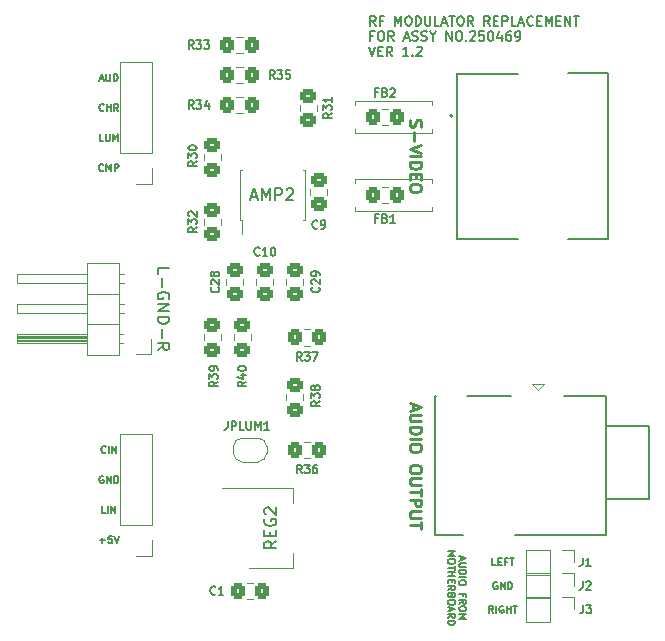
<source format=gbr>
G04 #@! TF.GenerationSoftware,KiCad,Pcbnew,(6.0.0)*
G04 #@! TF.CreationDate,2022-02-19T22:35:43+01:00*
G04 #@! TF.ProjectId,rfreplacement,72667265-706c-4616-9365-6d656e742e6b,rev?*
G04 #@! TF.SameCoordinates,Original*
G04 #@! TF.FileFunction,Legend,Top*
G04 #@! TF.FilePolarity,Positive*
%FSLAX46Y46*%
G04 Gerber Fmt 4.6, Leading zero omitted, Abs format (unit mm)*
G04 Created by KiCad (PCBNEW (6.0.0)) date 2022-02-19 22:35:43*
%MOMM*%
%LPD*%
G01*
G04 APERTURE LIST*
G04 Aperture macros list*
%AMRoundRect*
0 Rectangle with rounded corners*
0 $1 Rounding radius*
0 $2 $3 $4 $5 $6 $7 $8 $9 X,Y pos of 4 corners*
0 Add a 4 corners polygon primitive as box body*
4,1,4,$2,$3,$4,$5,$6,$7,$8,$9,$2,$3,0*
0 Add four circle primitives for the rounded corners*
1,1,$1+$1,$2,$3*
1,1,$1+$1,$4,$5*
1,1,$1+$1,$6,$7*
1,1,$1+$1,$8,$9*
0 Add four rect primitives between the rounded corners*
20,1,$1+$1,$2,$3,$4,$5,0*
20,1,$1+$1,$4,$5,$6,$7,0*
20,1,$1+$1,$6,$7,$8,$9,0*
20,1,$1+$1,$8,$9,$2,$3,0*%
%AMFreePoly0*
4,1,22,0.500000,-0.750000,0.000000,-0.750000,0.000000,-0.745033,-0.079941,-0.743568,-0.215256,-0.701293,-0.333266,-0.622738,-0.424486,-0.514219,-0.481581,-0.384460,-0.499164,-0.250000,-0.500000,-0.250000,-0.500000,0.250000,-0.499164,0.250000,-0.499963,0.256109,-0.478152,0.396186,-0.417904,0.524511,-0.324060,0.630769,-0.204165,0.706417,-0.067858,0.745374,0.000000,0.744959,0.000000,0.750000,
0.500000,0.750000,0.500000,-0.750000,0.500000,-0.750000,$1*%
%AMFreePoly1*
4,1,20,0.000000,0.744959,0.073905,0.744508,0.209726,0.703889,0.328688,0.626782,0.421226,0.519385,0.479903,0.390333,0.500000,0.250000,0.500000,-0.250000,0.499851,-0.262216,0.476331,-0.402017,0.414519,-0.529596,0.319384,-0.634700,0.198574,-0.708877,0.061801,-0.746166,0.000000,-0.745033,0.000000,-0.750000,-0.500000,-0.750000,-0.500000,0.750000,0.000000,0.750000,0.000000,0.744959,
0.000000,0.744959,$1*%
G04 Aperture macros list end*
%ADD10C,0.150000*%
%ADD11C,0.250000*%
%ADD12C,0.120000*%
%ADD13C,0.127000*%
%ADD14C,0.200000*%
%ADD15O,1.350000X1.350000*%
%ADD16R,1.350000X1.350000*%
%ADD17R,1.700000X1.700000*%
%ADD18O,1.700000X1.700000*%
%ADD19R,0.800000X1.450000*%
%ADD20RoundRect,0.249999X0.325001X0.450001X-0.325001X0.450001X-0.325001X-0.450001X0.325001X-0.450001X0*%
%ADD21RoundRect,0.249999X0.450001X-0.325001X0.450001X0.325001X-0.450001X0.325001X-0.450001X-0.325001X0*%
%ADD22RoundRect,0.249999X-0.450001X0.325001X-0.450001X-0.325001X0.450001X-0.325001X0.450001X0.325001X0*%
%ADD23FreePoly0,180.000000*%
%ADD24FreePoly1,180.000000*%
%ADD25RoundRect,0.249999X-0.325001X-0.450001X0.325001X-0.450001X0.325001X0.450001X-0.325001X0.450001X0*%
%ADD26R,2.000000X1.500000*%
%ADD27R,2.000000X3.800000*%
%ADD28O,4.000000X2.200000*%
%ADD29O,2.200000X4.000000*%
%ADD30R,4.000000X2.200000*%
%ADD31R,1.398000X1.398000*%
%ADD32C,1.398000*%
%ADD33C,3.306000*%
%ADD34C,1.600000*%
%ADD35O,1.600000X1.600000*%
%ADD36RoundRect,0.250000X-0.325000X-0.450000X0.325000X-0.450000X0.325000X0.450000X-0.325000X0.450000X0*%
G04 APERTURE END LIST*
D10*
X138542857Y-106200000D02*
X138485714Y-106171428D01*
X138400000Y-106171428D01*
X138314285Y-106200000D01*
X138257142Y-106257142D01*
X138228571Y-106314285D01*
X138200000Y-106428571D01*
X138200000Y-106514285D01*
X138228571Y-106628571D01*
X138257142Y-106685714D01*
X138314285Y-106742857D01*
X138400000Y-106771428D01*
X138457142Y-106771428D01*
X138542857Y-106742857D01*
X138571428Y-106714285D01*
X138571428Y-106514285D01*
X138457142Y-106514285D01*
X138828571Y-106771428D02*
X138828571Y-106171428D01*
X139171428Y-106771428D01*
X139171428Y-106171428D01*
X139457142Y-106771428D02*
X139457142Y-106171428D01*
X139600000Y-106171428D01*
X139685714Y-106200000D01*
X139742857Y-106257142D01*
X139771428Y-106314285D01*
X139800000Y-106428571D01*
X139800000Y-106514285D01*
X139771428Y-106628571D01*
X139742857Y-106685714D01*
X139685714Y-106742857D01*
X139600000Y-106771428D01*
X139457142Y-106771428D01*
X138200000Y-108771428D02*
X138000000Y-108485714D01*
X137857142Y-108771428D02*
X137857142Y-108171428D01*
X138085714Y-108171428D01*
X138142857Y-108200000D01*
X138171428Y-108228571D01*
X138200000Y-108285714D01*
X138200000Y-108371428D01*
X138171428Y-108428571D01*
X138142857Y-108457142D01*
X138085714Y-108485714D01*
X137857142Y-108485714D01*
X138457142Y-108771428D02*
X138457142Y-108171428D01*
X139057142Y-108200000D02*
X139000000Y-108171428D01*
X138914285Y-108171428D01*
X138828571Y-108200000D01*
X138771428Y-108257142D01*
X138742857Y-108314285D01*
X138714285Y-108428571D01*
X138714285Y-108514285D01*
X138742857Y-108628571D01*
X138771428Y-108685714D01*
X138828571Y-108742857D01*
X138914285Y-108771428D01*
X138971428Y-108771428D01*
X139057142Y-108742857D01*
X139085714Y-108714285D01*
X139085714Y-108514285D01*
X138971428Y-108514285D01*
X139342857Y-108771428D02*
X139342857Y-108171428D01*
X139342857Y-108457142D02*
X139685714Y-108457142D01*
X139685714Y-108771428D02*
X139685714Y-108171428D01*
X139885714Y-108171428D02*
X140228571Y-108171428D01*
X140057142Y-108771428D02*
X140057142Y-108171428D01*
X138428571Y-104771428D02*
X138142857Y-104771428D01*
X138142857Y-104171428D01*
X138628571Y-104457142D02*
X138828571Y-104457142D01*
X138914285Y-104771428D02*
X138628571Y-104771428D01*
X138628571Y-104171428D01*
X138914285Y-104171428D01*
X139371428Y-104457142D02*
X139171428Y-104457142D01*
X139171428Y-104771428D02*
X139171428Y-104171428D01*
X139457142Y-104171428D01*
X139600000Y-104171428D02*
X139942857Y-104171428D01*
X139771428Y-104771428D02*
X139771428Y-104171428D01*
X105206857Y-97236000D02*
X105149714Y-97207428D01*
X105064000Y-97207428D01*
X104978285Y-97236000D01*
X104921142Y-97293142D01*
X104892571Y-97350285D01*
X104864000Y-97464571D01*
X104864000Y-97550285D01*
X104892571Y-97664571D01*
X104921142Y-97721714D01*
X104978285Y-97778857D01*
X105064000Y-97807428D01*
X105121142Y-97807428D01*
X105206857Y-97778857D01*
X105235428Y-97750285D01*
X105235428Y-97550285D01*
X105121142Y-97550285D01*
X105492571Y-97807428D02*
X105492571Y-97207428D01*
X105835428Y-97807428D01*
X105835428Y-97207428D01*
X106121142Y-97807428D02*
X106121142Y-97207428D01*
X106264000Y-97207428D01*
X106349714Y-97236000D01*
X106406857Y-97293142D01*
X106435428Y-97350285D01*
X106464000Y-97464571D01*
X106464000Y-97550285D01*
X106435428Y-97664571D01*
X106406857Y-97721714D01*
X106349714Y-97778857D01*
X106264000Y-97807428D01*
X106121142Y-97807428D01*
X109783619Y-80105619D02*
X109783619Y-79629428D01*
X110783619Y-79629428D01*
X110164571Y-80438952D02*
X110164571Y-81200857D01*
X110736000Y-82200857D02*
X110783619Y-82105619D01*
X110783619Y-81962761D01*
X110736000Y-81819904D01*
X110640761Y-81724666D01*
X110545523Y-81677047D01*
X110355047Y-81629428D01*
X110212190Y-81629428D01*
X110021714Y-81677047D01*
X109926476Y-81724666D01*
X109831238Y-81819904D01*
X109783619Y-81962761D01*
X109783619Y-82058000D01*
X109831238Y-82200857D01*
X109878857Y-82248476D01*
X110212190Y-82248476D01*
X110212190Y-82058000D01*
X109783619Y-82677047D02*
X110783619Y-82677047D01*
X109783619Y-83248476D01*
X110783619Y-83248476D01*
X109783619Y-83724666D02*
X110783619Y-83724666D01*
X110783619Y-83962761D01*
X110736000Y-84105619D01*
X110640761Y-84200857D01*
X110545523Y-84248476D01*
X110355047Y-84296095D01*
X110212190Y-84296095D01*
X110021714Y-84248476D01*
X109926476Y-84200857D01*
X109831238Y-84105619D01*
X109783619Y-83962761D01*
X109783619Y-83724666D01*
X110164571Y-84724666D02*
X110164571Y-85486571D01*
X109783619Y-86534190D02*
X110259809Y-86200857D01*
X109783619Y-85962761D02*
X110783619Y-85962761D01*
X110783619Y-86343714D01*
X110736000Y-86438952D01*
X110688380Y-86486571D01*
X110593142Y-86534190D01*
X110450285Y-86534190D01*
X110355047Y-86486571D01*
X110307428Y-86438952D01*
X110259809Y-86343714D01*
X110259809Y-85962761D01*
X105235428Y-66254285D02*
X105206857Y-66282857D01*
X105121142Y-66311428D01*
X105064000Y-66311428D01*
X104978285Y-66282857D01*
X104921142Y-66225714D01*
X104892571Y-66168571D01*
X104864000Y-66054285D01*
X104864000Y-65968571D01*
X104892571Y-65854285D01*
X104921142Y-65797142D01*
X104978285Y-65740000D01*
X105064000Y-65711428D01*
X105121142Y-65711428D01*
X105206857Y-65740000D01*
X105235428Y-65768571D01*
X105492571Y-66311428D02*
X105492571Y-65711428D01*
X105492571Y-65997142D02*
X105835428Y-65997142D01*
X105835428Y-66311428D02*
X105835428Y-65711428D01*
X106464000Y-66311428D02*
X106264000Y-66025714D01*
X106121142Y-66311428D02*
X106121142Y-65711428D01*
X106349714Y-65711428D01*
X106406857Y-65740000D01*
X106435428Y-65768571D01*
X106464000Y-65825714D01*
X106464000Y-65911428D01*
X106435428Y-65968571D01*
X106406857Y-65997142D01*
X106349714Y-66025714D01*
X106121142Y-66025714D01*
X105206857Y-71334285D02*
X105178285Y-71362857D01*
X105092571Y-71391428D01*
X105035428Y-71391428D01*
X104949714Y-71362857D01*
X104892571Y-71305714D01*
X104864000Y-71248571D01*
X104835428Y-71134285D01*
X104835428Y-71048571D01*
X104864000Y-70934285D01*
X104892571Y-70877142D01*
X104949714Y-70820000D01*
X105035428Y-70791428D01*
X105092571Y-70791428D01*
X105178285Y-70820000D01*
X105206857Y-70848571D01*
X105464000Y-71391428D02*
X105464000Y-70791428D01*
X105664000Y-71220000D01*
X105864000Y-70791428D01*
X105864000Y-71391428D01*
X106149714Y-71391428D02*
X106149714Y-70791428D01*
X106378285Y-70791428D01*
X106435428Y-70820000D01*
X106464000Y-70848571D01*
X106492571Y-70905714D01*
X106492571Y-70991428D01*
X106464000Y-71048571D01*
X106435428Y-71077142D01*
X106378285Y-71105714D01*
X106149714Y-71105714D01*
D11*
X131167238Y-67056380D02*
X131119619Y-67199238D01*
X131119619Y-67437333D01*
X131167238Y-67532571D01*
X131214857Y-67580190D01*
X131310095Y-67627809D01*
X131405333Y-67627809D01*
X131500571Y-67580190D01*
X131548190Y-67532571D01*
X131595809Y-67437333D01*
X131643428Y-67246857D01*
X131691047Y-67151619D01*
X131738666Y-67104000D01*
X131833904Y-67056380D01*
X131929142Y-67056380D01*
X132024380Y-67104000D01*
X132072000Y-67151619D01*
X132119619Y-67246857D01*
X132119619Y-67484952D01*
X132072000Y-67627809D01*
X131500571Y-68056380D02*
X131500571Y-68818285D01*
X132119619Y-69151619D02*
X131119619Y-69484952D01*
X132119619Y-69818285D01*
X131119619Y-70151619D02*
X132119619Y-70151619D01*
X131119619Y-70627809D02*
X132119619Y-70627809D01*
X132119619Y-70865904D01*
X132072000Y-71008761D01*
X131976761Y-71104000D01*
X131881523Y-71151619D01*
X131691047Y-71199238D01*
X131548190Y-71199238D01*
X131357714Y-71151619D01*
X131262476Y-71104000D01*
X131167238Y-71008761D01*
X131119619Y-70865904D01*
X131119619Y-70627809D01*
X131643428Y-71627809D02*
X131643428Y-71961142D01*
X131119619Y-72104000D02*
X131119619Y-71627809D01*
X132119619Y-71627809D01*
X132119619Y-72104000D01*
X132119619Y-72723047D02*
X132119619Y-72913523D01*
X132072000Y-73008761D01*
X131976761Y-73104000D01*
X131786285Y-73151619D01*
X131452952Y-73151619D01*
X131262476Y-73104000D01*
X131167238Y-73008761D01*
X131119619Y-72913523D01*
X131119619Y-72723047D01*
X131167238Y-72627809D01*
X131262476Y-72532571D01*
X131452952Y-72484952D01*
X131786285Y-72484952D01*
X131976761Y-72532571D01*
X132072000Y-72627809D01*
X132119619Y-72723047D01*
D10*
X135511000Y-104022857D02*
X135511000Y-104308571D01*
X135339571Y-103965714D02*
X135939571Y-104165714D01*
X135339571Y-104365714D01*
X135939571Y-104565714D02*
X135453857Y-104565714D01*
X135396714Y-104594285D01*
X135368142Y-104622857D01*
X135339571Y-104680000D01*
X135339571Y-104794285D01*
X135368142Y-104851428D01*
X135396714Y-104880000D01*
X135453857Y-104908571D01*
X135939571Y-104908571D01*
X135339571Y-105194285D02*
X135939571Y-105194285D01*
X135939571Y-105337142D01*
X135911000Y-105422857D01*
X135853857Y-105480000D01*
X135796714Y-105508571D01*
X135682428Y-105537142D01*
X135596714Y-105537142D01*
X135482428Y-105508571D01*
X135425285Y-105480000D01*
X135368142Y-105422857D01*
X135339571Y-105337142D01*
X135339571Y-105194285D01*
X135339571Y-105794285D02*
X135939571Y-105794285D01*
X135939571Y-106194285D02*
X135939571Y-106308571D01*
X135911000Y-106365714D01*
X135853857Y-106422857D01*
X135739571Y-106451428D01*
X135539571Y-106451428D01*
X135425285Y-106422857D01*
X135368142Y-106365714D01*
X135339571Y-106308571D01*
X135339571Y-106194285D01*
X135368142Y-106137142D01*
X135425285Y-106080000D01*
X135539571Y-106051428D01*
X135739571Y-106051428D01*
X135853857Y-106080000D01*
X135911000Y-106137142D01*
X135939571Y-106194285D01*
X135653857Y-107365714D02*
X135653857Y-107165714D01*
X135339571Y-107165714D02*
X135939571Y-107165714D01*
X135939571Y-107451428D01*
X135339571Y-108022857D02*
X135625285Y-107822857D01*
X135339571Y-107680000D02*
X135939571Y-107680000D01*
X135939571Y-107908571D01*
X135911000Y-107965714D01*
X135882428Y-107994285D01*
X135825285Y-108022857D01*
X135739571Y-108022857D01*
X135682428Y-107994285D01*
X135653857Y-107965714D01*
X135625285Y-107908571D01*
X135625285Y-107680000D01*
X135939571Y-108394285D02*
X135939571Y-108508571D01*
X135911000Y-108565714D01*
X135853857Y-108622857D01*
X135739571Y-108651428D01*
X135539571Y-108651428D01*
X135425285Y-108622857D01*
X135368142Y-108565714D01*
X135339571Y-108508571D01*
X135339571Y-108394285D01*
X135368142Y-108337142D01*
X135425285Y-108280000D01*
X135539571Y-108251428D01*
X135739571Y-108251428D01*
X135853857Y-108280000D01*
X135911000Y-108337142D01*
X135939571Y-108394285D01*
X135339571Y-108908571D02*
X135939571Y-108908571D01*
X135511000Y-109108571D01*
X135939571Y-109308571D01*
X135339571Y-109308571D01*
X134373571Y-103580000D02*
X134973571Y-103580000D01*
X134545000Y-103780000D01*
X134973571Y-103980000D01*
X134373571Y-103980000D01*
X134973571Y-104380000D02*
X134973571Y-104494285D01*
X134945000Y-104551428D01*
X134887857Y-104608571D01*
X134773571Y-104637142D01*
X134573571Y-104637142D01*
X134459285Y-104608571D01*
X134402142Y-104551428D01*
X134373571Y-104494285D01*
X134373571Y-104380000D01*
X134402142Y-104322857D01*
X134459285Y-104265714D01*
X134573571Y-104237142D01*
X134773571Y-104237142D01*
X134887857Y-104265714D01*
X134945000Y-104322857D01*
X134973571Y-104380000D01*
X134973571Y-104808571D02*
X134973571Y-105151428D01*
X134373571Y-104980000D02*
X134973571Y-104980000D01*
X134373571Y-105351428D02*
X134973571Y-105351428D01*
X134687857Y-105351428D02*
X134687857Y-105694285D01*
X134373571Y-105694285D02*
X134973571Y-105694285D01*
X134687857Y-105980000D02*
X134687857Y-106180000D01*
X134373571Y-106265714D02*
X134373571Y-105980000D01*
X134973571Y-105980000D01*
X134973571Y-106265714D01*
X134373571Y-106865714D02*
X134659285Y-106665714D01*
X134373571Y-106522857D02*
X134973571Y-106522857D01*
X134973571Y-106751428D01*
X134945000Y-106808571D01*
X134916428Y-106837142D01*
X134859285Y-106865714D01*
X134773571Y-106865714D01*
X134716428Y-106837142D01*
X134687857Y-106808571D01*
X134659285Y-106751428D01*
X134659285Y-106522857D01*
X134687857Y-107322857D02*
X134659285Y-107408571D01*
X134630714Y-107437142D01*
X134573571Y-107465714D01*
X134487857Y-107465714D01*
X134430714Y-107437142D01*
X134402142Y-107408571D01*
X134373571Y-107351428D01*
X134373571Y-107122857D01*
X134973571Y-107122857D01*
X134973571Y-107322857D01*
X134945000Y-107380000D01*
X134916428Y-107408571D01*
X134859285Y-107437142D01*
X134802142Y-107437142D01*
X134745000Y-107408571D01*
X134716428Y-107380000D01*
X134687857Y-107322857D01*
X134687857Y-107122857D01*
X134973571Y-107837142D02*
X134973571Y-107951428D01*
X134945000Y-108008571D01*
X134887857Y-108065714D01*
X134773571Y-108094285D01*
X134573571Y-108094285D01*
X134459285Y-108065714D01*
X134402142Y-108008571D01*
X134373571Y-107951428D01*
X134373571Y-107837142D01*
X134402142Y-107780000D01*
X134459285Y-107722857D01*
X134573571Y-107694285D01*
X134773571Y-107694285D01*
X134887857Y-107722857D01*
X134945000Y-107780000D01*
X134973571Y-107837142D01*
X134545000Y-108322857D02*
X134545000Y-108608571D01*
X134373571Y-108265714D02*
X134973571Y-108465714D01*
X134373571Y-108665714D01*
X134373571Y-109208571D02*
X134659285Y-109008571D01*
X134373571Y-108865714D02*
X134973571Y-108865714D01*
X134973571Y-109094285D01*
X134945000Y-109151428D01*
X134916428Y-109180000D01*
X134859285Y-109208571D01*
X134773571Y-109208571D01*
X134716428Y-109180000D01*
X134687857Y-109151428D01*
X134659285Y-109094285D01*
X134659285Y-108865714D01*
X134373571Y-109465714D02*
X134973571Y-109465714D01*
X134973571Y-109608571D01*
X134945000Y-109694285D01*
X134887857Y-109751428D01*
X134830714Y-109780000D01*
X134716428Y-109808571D01*
X134630714Y-109808571D01*
X134516428Y-109780000D01*
X134459285Y-109751428D01*
X134402142Y-109694285D01*
X134373571Y-109608571D01*
X134373571Y-109465714D01*
X104892571Y-102658857D02*
X105349714Y-102658857D01*
X105121142Y-102887428D02*
X105121142Y-102430285D01*
X105921142Y-102287428D02*
X105635428Y-102287428D01*
X105606857Y-102573142D01*
X105635428Y-102544571D01*
X105692571Y-102516000D01*
X105835428Y-102516000D01*
X105892571Y-102544571D01*
X105921142Y-102573142D01*
X105949714Y-102630285D01*
X105949714Y-102773142D01*
X105921142Y-102830285D01*
X105892571Y-102858857D01*
X105835428Y-102887428D01*
X105692571Y-102887428D01*
X105635428Y-102858857D01*
X105606857Y-102830285D01*
X106121142Y-102287428D02*
X106321142Y-102887428D01*
X106521142Y-102287428D01*
X105392571Y-95210285D02*
X105364000Y-95238857D01*
X105278285Y-95267428D01*
X105221142Y-95267428D01*
X105135428Y-95238857D01*
X105078285Y-95181714D01*
X105049714Y-95124571D01*
X105021142Y-95010285D01*
X105021142Y-94924571D01*
X105049714Y-94810285D01*
X105078285Y-94753142D01*
X105135428Y-94696000D01*
X105221142Y-94667428D01*
X105278285Y-94667428D01*
X105364000Y-94696000D01*
X105392571Y-94724571D01*
X105649714Y-95267428D02*
X105649714Y-94667428D01*
X105935428Y-95267428D02*
X105935428Y-94667428D01*
X106278285Y-95267428D01*
X106278285Y-94667428D01*
X105192571Y-68851428D02*
X104906857Y-68851428D01*
X104906857Y-68251428D01*
X105392571Y-68251428D02*
X105392571Y-68737142D01*
X105421142Y-68794285D01*
X105449714Y-68822857D01*
X105506857Y-68851428D01*
X105621142Y-68851428D01*
X105678285Y-68822857D01*
X105706857Y-68794285D01*
X105735428Y-68737142D01*
X105735428Y-68251428D01*
X106021142Y-68851428D02*
X106021142Y-68251428D01*
X106221142Y-68680000D01*
X106421142Y-68251428D01*
X106421142Y-68851428D01*
D11*
X131405333Y-91101904D02*
X131405333Y-91578095D01*
X131119619Y-91006666D02*
X132119619Y-91340000D01*
X131119619Y-91673333D01*
X132119619Y-92006666D02*
X131310095Y-92006666D01*
X131214857Y-92054285D01*
X131167238Y-92101904D01*
X131119619Y-92197142D01*
X131119619Y-92387619D01*
X131167238Y-92482857D01*
X131214857Y-92530476D01*
X131310095Y-92578095D01*
X132119619Y-92578095D01*
X131119619Y-93054285D02*
X132119619Y-93054285D01*
X132119619Y-93292380D01*
X132072000Y-93435238D01*
X131976761Y-93530476D01*
X131881523Y-93578095D01*
X131691047Y-93625714D01*
X131548190Y-93625714D01*
X131357714Y-93578095D01*
X131262476Y-93530476D01*
X131167238Y-93435238D01*
X131119619Y-93292380D01*
X131119619Y-93054285D01*
X131119619Y-94054285D02*
X132119619Y-94054285D01*
X132119619Y-94720952D02*
X132119619Y-94911428D01*
X132072000Y-95006666D01*
X131976761Y-95101904D01*
X131786285Y-95149523D01*
X131452952Y-95149523D01*
X131262476Y-95101904D01*
X131167238Y-95006666D01*
X131119619Y-94911428D01*
X131119619Y-94720952D01*
X131167238Y-94625714D01*
X131262476Y-94530476D01*
X131452952Y-94482857D01*
X131786285Y-94482857D01*
X131976761Y-94530476D01*
X132072000Y-94625714D01*
X132119619Y-94720952D01*
X132119619Y-96530476D02*
X132119619Y-96720952D01*
X132072000Y-96816190D01*
X131976761Y-96911428D01*
X131786285Y-96959047D01*
X131452952Y-96959047D01*
X131262476Y-96911428D01*
X131167238Y-96816190D01*
X131119619Y-96720952D01*
X131119619Y-96530476D01*
X131167238Y-96435238D01*
X131262476Y-96340000D01*
X131452952Y-96292380D01*
X131786285Y-96292380D01*
X131976761Y-96340000D01*
X132072000Y-96435238D01*
X132119619Y-96530476D01*
X132119619Y-97387619D02*
X131310095Y-97387619D01*
X131214857Y-97435238D01*
X131167238Y-97482857D01*
X131119619Y-97578095D01*
X131119619Y-97768571D01*
X131167238Y-97863809D01*
X131214857Y-97911428D01*
X131310095Y-97959047D01*
X132119619Y-97959047D01*
X132119619Y-98292380D02*
X132119619Y-98863809D01*
X131119619Y-98578095D02*
X132119619Y-98578095D01*
X131119619Y-99197142D02*
X132119619Y-99197142D01*
X132119619Y-99578095D01*
X132072000Y-99673333D01*
X132024380Y-99720952D01*
X131929142Y-99768571D01*
X131786285Y-99768571D01*
X131691047Y-99720952D01*
X131643428Y-99673333D01*
X131595809Y-99578095D01*
X131595809Y-99197142D01*
X132119619Y-100197142D02*
X131310095Y-100197142D01*
X131214857Y-100244761D01*
X131167238Y-100292380D01*
X131119619Y-100387619D01*
X131119619Y-100578095D01*
X131167238Y-100673333D01*
X131214857Y-100720952D01*
X131310095Y-100768571D01*
X132119619Y-100768571D01*
X132119619Y-101101904D02*
X132119619Y-101673333D01*
X131119619Y-101387619D02*
X132119619Y-101387619D01*
D10*
X128245119Y-59073904D02*
X127978452Y-58692952D01*
X127787976Y-59073904D02*
X127787976Y-58273904D01*
X128092738Y-58273904D01*
X128168928Y-58312000D01*
X128207023Y-58350095D01*
X128245119Y-58426285D01*
X128245119Y-58540571D01*
X128207023Y-58616761D01*
X128168928Y-58654857D01*
X128092738Y-58692952D01*
X127787976Y-58692952D01*
X128854642Y-58654857D02*
X128587976Y-58654857D01*
X128587976Y-59073904D02*
X128587976Y-58273904D01*
X128968928Y-58273904D01*
X129883214Y-59073904D02*
X129883214Y-58273904D01*
X130149880Y-58845333D01*
X130416547Y-58273904D01*
X130416547Y-59073904D01*
X130949880Y-58273904D02*
X131102261Y-58273904D01*
X131178452Y-58312000D01*
X131254642Y-58388190D01*
X131292738Y-58540571D01*
X131292738Y-58807238D01*
X131254642Y-58959619D01*
X131178452Y-59035809D01*
X131102261Y-59073904D01*
X130949880Y-59073904D01*
X130873690Y-59035809D01*
X130797500Y-58959619D01*
X130759404Y-58807238D01*
X130759404Y-58540571D01*
X130797500Y-58388190D01*
X130873690Y-58312000D01*
X130949880Y-58273904D01*
X131635595Y-59073904D02*
X131635595Y-58273904D01*
X131826071Y-58273904D01*
X131940357Y-58312000D01*
X132016547Y-58388190D01*
X132054642Y-58464380D01*
X132092738Y-58616761D01*
X132092738Y-58731047D01*
X132054642Y-58883428D01*
X132016547Y-58959619D01*
X131940357Y-59035809D01*
X131826071Y-59073904D01*
X131635595Y-59073904D01*
X132435595Y-58273904D02*
X132435595Y-58921523D01*
X132473690Y-58997714D01*
X132511785Y-59035809D01*
X132587976Y-59073904D01*
X132740357Y-59073904D01*
X132816547Y-59035809D01*
X132854642Y-58997714D01*
X132892738Y-58921523D01*
X132892738Y-58273904D01*
X133654642Y-59073904D02*
X133273690Y-59073904D01*
X133273690Y-58273904D01*
X133883214Y-58845333D02*
X134264166Y-58845333D01*
X133807023Y-59073904D02*
X134073690Y-58273904D01*
X134340357Y-59073904D01*
X134492738Y-58273904D02*
X134949880Y-58273904D01*
X134721309Y-59073904D02*
X134721309Y-58273904D01*
X135368928Y-58273904D02*
X135521309Y-58273904D01*
X135597500Y-58312000D01*
X135673690Y-58388190D01*
X135711785Y-58540571D01*
X135711785Y-58807238D01*
X135673690Y-58959619D01*
X135597500Y-59035809D01*
X135521309Y-59073904D01*
X135368928Y-59073904D01*
X135292738Y-59035809D01*
X135216547Y-58959619D01*
X135178452Y-58807238D01*
X135178452Y-58540571D01*
X135216547Y-58388190D01*
X135292738Y-58312000D01*
X135368928Y-58273904D01*
X136511785Y-59073904D02*
X136245119Y-58692952D01*
X136054642Y-59073904D02*
X136054642Y-58273904D01*
X136359404Y-58273904D01*
X136435595Y-58312000D01*
X136473690Y-58350095D01*
X136511785Y-58426285D01*
X136511785Y-58540571D01*
X136473690Y-58616761D01*
X136435595Y-58654857D01*
X136359404Y-58692952D01*
X136054642Y-58692952D01*
X137921309Y-59073904D02*
X137654642Y-58692952D01*
X137464166Y-59073904D02*
X137464166Y-58273904D01*
X137768928Y-58273904D01*
X137845119Y-58312000D01*
X137883214Y-58350095D01*
X137921309Y-58426285D01*
X137921309Y-58540571D01*
X137883214Y-58616761D01*
X137845119Y-58654857D01*
X137768928Y-58692952D01*
X137464166Y-58692952D01*
X138264166Y-58654857D02*
X138530833Y-58654857D01*
X138645119Y-59073904D02*
X138264166Y-59073904D01*
X138264166Y-58273904D01*
X138645119Y-58273904D01*
X138987976Y-59073904D02*
X138987976Y-58273904D01*
X139292738Y-58273904D01*
X139368928Y-58312000D01*
X139407023Y-58350095D01*
X139445119Y-58426285D01*
X139445119Y-58540571D01*
X139407023Y-58616761D01*
X139368928Y-58654857D01*
X139292738Y-58692952D01*
X138987976Y-58692952D01*
X140168928Y-59073904D02*
X139787976Y-59073904D01*
X139787976Y-58273904D01*
X140397500Y-58845333D02*
X140778452Y-58845333D01*
X140321309Y-59073904D02*
X140587976Y-58273904D01*
X140854642Y-59073904D01*
X141578452Y-58997714D02*
X141540357Y-59035809D01*
X141426071Y-59073904D01*
X141349880Y-59073904D01*
X141235595Y-59035809D01*
X141159404Y-58959619D01*
X141121309Y-58883428D01*
X141083214Y-58731047D01*
X141083214Y-58616761D01*
X141121309Y-58464380D01*
X141159404Y-58388190D01*
X141235595Y-58312000D01*
X141349880Y-58273904D01*
X141426071Y-58273904D01*
X141540357Y-58312000D01*
X141578452Y-58350095D01*
X141921309Y-58654857D02*
X142187976Y-58654857D01*
X142302261Y-59073904D02*
X141921309Y-59073904D01*
X141921309Y-58273904D01*
X142302261Y-58273904D01*
X142645119Y-59073904D02*
X142645119Y-58273904D01*
X142911785Y-58845333D01*
X143178452Y-58273904D01*
X143178452Y-59073904D01*
X143559404Y-58654857D02*
X143826071Y-58654857D01*
X143940357Y-59073904D02*
X143559404Y-59073904D01*
X143559404Y-58273904D01*
X143940357Y-58273904D01*
X144283214Y-59073904D02*
X144283214Y-58273904D01*
X144740357Y-59073904D01*
X144740357Y-58273904D01*
X145007023Y-58273904D02*
X145464166Y-58273904D01*
X145235595Y-59073904D02*
X145235595Y-58273904D01*
X128054642Y-59942857D02*
X127787976Y-59942857D01*
X127787976Y-60361904D02*
X127787976Y-59561904D01*
X128168928Y-59561904D01*
X128626071Y-59561904D02*
X128778452Y-59561904D01*
X128854642Y-59600000D01*
X128930833Y-59676190D01*
X128968928Y-59828571D01*
X128968928Y-60095238D01*
X128930833Y-60247619D01*
X128854642Y-60323809D01*
X128778452Y-60361904D01*
X128626071Y-60361904D01*
X128549880Y-60323809D01*
X128473690Y-60247619D01*
X128435595Y-60095238D01*
X128435595Y-59828571D01*
X128473690Y-59676190D01*
X128549880Y-59600000D01*
X128626071Y-59561904D01*
X129768928Y-60361904D02*
X129502261Y-59980952D01*
X129311785Y-60361904D02*
X129311785Y-59561904D01*
X129616547Y-59561904D01*
X129692738Y-59600000D01*
X129730833Y-59638095D01*
X129768928Y-59714285D01*
X129768928Y-59828571D01*
X129730833Y-59904761D01*
X129692738Y-59942857D01*
X129616547Y-59980952D01*
X129311785Y-59980952D01*
X130683214Y-60133333D02*
X131064166Y-60133333D01*
X130607023Y-60361904D02*
X130873690Y-59561904D01*
X131140357Y-60361904D01*
X131368928Y-60323809D02*
X131483214Y-60361904D01*
X131673690Y-60361904D01*
X131749880Y-60323809D01*
X131787976Y-60285714D01*
X131826071Y-60209523D01*
X131826071Y-60133333D01*
X131787976Y-60057142D01*
X131749880Y-60019047D01*
X131673690Y-59980952D01*
X131521309Y-59942857D01*
X131445119Y-59904761D01*
X131407023Y-59866666D01*
X131368928Y-59790476D01*
X131368928Y-59714285D01*
X131407023Y-59638095D01*
X131445119Y-59600000D01*
X131521309Y-59561904D01*
X131711785Y-59561904D01*
X131826071Y-59600000D01*
X132130833Y-60323809D02*
X132245119Y-60361904D01*
X132435595Y-60361904D01*
X132511785Y-60323809D01*
X132549880Y-60285714D01*
X132587976Y-60209523D01*
X132587976Y-60133333D01*
X132549880Y-60057142D01*
X132511785Y-60019047D01*
X132435595Y-59980952D01*
X132283214Y-59942857D01*
X132207023Y-59904761D01*
X132168928Y-59866666D01*
X132130833Y-59790476D01*
X132130833Y-59714285D01*
X132168928Y-59638095D01*
X132207023Y-59600000D01*
X132283214Y-59561904D01*
X132473690Y-59561904D01*
X132587976Y-59600000D01*
X133083214Y-59980952D02*
X133083214Y-60361904D01*
X132816547Y-59561904D02*
X133083214Y-59980952D01*
X133349880Y-59561904D01*
X134226071Y-60361904D02*
X134226071Y-59561904D01*
X134683214Y-60361904D01*
X134683214Y-59561904D01*
X135216547Y-59561904D02*
X135368928Y-59561904D01*
X135445119Y-59600000D01*
X135521309Y-59676190D01*
X135559404Y-59828571D01*
X135559404Y-60095238D01*
X135521309Y-60247619D01*
X135445119Y-60323809D01*
X135368928Y-60361904D01*
X135216547Y-60361904D01*
X135140357Y-60323809D01*
X135064166Y-60247619D01*
X135026071Y-60095238D01*
X135026071Y-59828571D01*
X135064166Y-59676190D01*
X135140357Y-59600000D01*
X135216547Y-59561904D01*
X135902261Y-60285714D02*
X135940357Y-60323809D01*
X135902261Y-60361904D01*
X135864166Y-60323809D01*
X135902261Y-60285714D01*
X135902261Y-60361904D01*
X136245119Y-59638095D02*
X136283214Y-59600000D01*
X136359404Y-59561904D01*
X136549880Y-59561904D01*
X136626071Y-59600000D01*
X136664166Y-59638095D01*
X136702261Y-59714285D01*
X136702261Y-59790476D01*
X136664166Y-59904761D01*
X136207023Y-60361904D01*
X136702261Y-60361904D01*
X137426071Y-59561904D02*
X137045119Y-59561904D01*
X137007023Y-59942857D01*
X137045119Y-59904761D01*
X137121309Y-59866666D01*
X137311785Y-59866666D01*
X137387976Y-59904761D01*
X137426071Y-59942857D01*
X137464166Y-60019047D01*
X137464166Y-60209523D01*
X137426071Y-60285714D01*
X137387976Y-60323809D01*
X137311785Y-60361904D01*
X137121309Y-60361904D01*
X137045119Y-60323809D01*
X137007023Y-60285714D01*
X137959404Y-59561904D02*
X138035595Y-59561904D01*
X138111785Y-59600000D01*
X138149880Y-59638095D01*
X138187976Y-59714285D01*
X138226071Y-59866666D01*
X138226071Y-60057142D01*
X138187976Y-60209523D01*
X138149880Y-60285714D01*
X138111785Y-60323809D01*
X138035595Y-60361904D01*
X137959404Y-60361904D01*
X137883214Y-60323809D01*
X137845119Y-60285714D01*
X137807023Y-60209523D01*
X137768928Y-60057142D01*
X137768928Y-59866666D01*
X137807023Y-59714285D01*
X137845119Y-59638095D01*
X137883214Y-59600000D01*
X137959404Y-59561904D01*
X138911785Y-59828571D02*
X138911785Y-60361904D01*
X138721309Y-59523809D02*
X138530833Y-60095238D01*
X139026071Y-60095238D01*
X139673690Y-59561904D02*
X139521309Y-59561904D01*
X139445119Y-59600000D01*
X139407023Y-59638095D01*
X139330833Y-59752380D01*
X139292738Y-59904761D01*
X139292738Y-60209523D01*
X139330833Y-60285714D01*
X139368928Y-60323809D01*
X139445119Y-60361904D01*
X139597500Y-60361904D01*
X139673690Y-60323809D01*
X139711785Y-60285714D01*
X139749880Y-60209523D01*
X139749880Y-60019047D01*
X139711785Y-59942857D01*
X139673690Y-59904761D01*
X139597500Y-59866666D01*
X139445119Y-59866666D01*
X139368928Y-59904761D01*
X139330833Y-59942857D01*
X139292738Y-60019047D01*
X140130833Y-60361904D02*
X140283214Y-60361904D01*
X140359404Y-60323809D01*
X140397500Y-60285714D01*
X140473690Y-60171428D01*
X140511785Y-60019047D01*
X140511785Y-59714285D01*
X140473690Y-59638095D01*
X140435595Y-59600000D01*
X140359404Y-59561904D01*
X140207023Y-59561904D01*
X140130833Y-59600000D01*
X140092738Y-59638095D01*
X140054642Y-59714285D01*
X140054642Y-59904761D01*
X140092738Y-59980952D01*
X140130833Y-60019047D01*
X140207023Y-60057142D01*
X140359404Y-60057142D01*
X140435595Y-60019047D01*
X140473690Y-59980952D01*
X140511785Y-59904761D01*
X127673690Y-60849904D02*
X127940357Y-61649904D01*
X128207023Y-60849904D01*
X128473690Y-61230857D02*
X128740357Y-61230857D01*
X128854642Y-61649904D02*
X128473690Y-61649904D01*
X128473690Y-60849904D01*
X128854642Y-60849904D01*
X129654642Y-61649904D02*
X129387976Y-61268952D01*
X129197500Y-61649904D02*
X129197500Y-60849904D01*
X129502261Y-60849904D01*
X129578452Y-60888000D01*
X129616547Y-60926095D01*
X129654642Y-61002285D01*
X129654642Y-61116571D01*
X129616547Y-61192761D01*
X129578452Y-61230857D01*
X129502261Y-61268952D01*
X129197500Y-61268952D01*
X131026071Y-61649904D02*
X130568928Y-61649904D01*
X130797500Y-61649904D02*
X130797500Y-60849904D01*
X130721309Y-60964190D01*
X130645119Y-61040380D01*
X130568928Y-61078476D01*
X131368928Y-61573714D02*
X131407023Y-61611809D01*
X131368928Y-61649904D01*
X131330833Y-61611809D01*
X131368928Y-61573714D01*
X131368928Y-61649904D01*
X131711785Y-60926095D02*
X131749880Y-60888000D01*
X131826071Y-60849904D01*
X132016547Y-60849904D01*
X132092738Y-60888000D01*
X132130833Y-60926095D01*
X132168928Y-61002285D01*
X132168928Y-61078476D01*
X132130833Y-61192761D01*
X131673690Y-61649904D01*
X132168928Y-61649904D01*
X105392571Y-100347428D02*
X105106857Y-100347428D01*
X105106857Y-99747428D01*
X105592571Y-100347428D02*
X105592571Y-99747428D01*
X105878285Y-100347428D02*
X105878285Y-99747428D01*
X106221142Y-100347428D01*
X106221142Y-99747428D01*
X104906857Y-63600000D02*
X105192571Y-63600000D01*
X104849714Y-63771428D02*
X105049714Y-63171428D01*
X105249714Y-63771428D01*
X105449714Y-63171428D02*
X105449714Y-63657142D01*
X105478285Y-63714285D01*
X105506857Y-63742857D01*
X105564000Y-63771428D01*
X105678285Y-63771428D01*
X105735428Y-63742857D01*
X105764000Y-63714285D01*
X105792571Y-63657142D01*
X105792571Y-63171428D01*
X106078285Y-63771428D02*
X106078285Y-63171428D01*
X106221142Y-63171428D01*
X106306857Y-63200000D01*
X106364000Y-63257142D01*
X106392571Y-63314285D01*
X106421142Y-63428571D01*
X106421142Y-63514285D01*
X106392571Y-63628571D01*
X106364000Y-63685714D01*
X106306857Y-63742857D01*
X106221142Y-63771428D01*
X106078285Y-63771428D01*
X145826666Y-108116666D02*
X145826666Y-108616666D01*
X145793333Y-108716666D01*
X145726666Y-108783333D01*
X145626666Y-108816666D01*
X145560000Y-108816666D01*
X146093333Y-108116666D02*
X146526666Y-108116666D01*
X146293333Y-108383333D01*
X146393333Y-108383333D01*
X146460000Y-108416666D01*
X146493333Y-108450000D01*
X146526666Y-108516666D01*
X146526666Y-108683333D01*
X146493333Y-108750000D01*
X146460000Y-108783333D01*
X146393333Y-108816666D01*
X146193333Y-108816666D01*
X146126666Y-108783333D01*
X146093333Y-108750000D01*
X145766666Y-104116666D02*
X145766666Y-104616666D01*
X145733333Y-104716666D01*
X145666666Y-104783333D01*
X145566666Y-104816666D01*
X145500000Y-104816666D01*
X146466666Y-104816666D02*
X146066666Y-104816666D01*
X146266666Y-104816666D02*
X146266666Y-104116666D01*
X146200000Y-104216666D01*
X146133333Y-104283333D01*
X146066666Y-104316666D01*
X145766666Y-106116666D02*
X145766666Y-106616666D01*
X145733333Y-106716666D01*
X145666666Y-106783333D01*
X145566666Y-106816666D01*
X145500000Y-106816666D01*
X146066666Y-106183333D02*
X146100000Y-106150000D01*
X146166666Y-106116666D01*
X146333333Y-106116666D01*
X146400000Y-106150000D01*
X146433333Y-106183333D01*
X146466666Y-106250000D01*
X146466666Y-106316666D01*
X146433333Y-106416666D01*
X146033333Y-106816666D01*
X146466666Y-106816666D01*
X117721285Y-73572666D02*
X118197476Y-73572666D01*
X117626047Y-73858380D02*
X117959380Y-72858380D01*
X118292714Y-73858380D01*
X118626047Y-73858380D02*
X118626047Y-72858380D01*
X118959380Y-73572666D01*
X119292714Y-72858380D01*
X119292714Y-73858380D01*
X119768904Y-73858380D02*
X119768904Y-72858380D01*
X120149857Y-72858380D01*
X120245095Y-72906000D01*
X120292714Y-72953619D01*
X120340333Y-73048857D01*
X120340333Y-73191714D01*
X120292714Y-73286952D01*
X120245095Y-73334571D01*
X120149857Y-73382190D01*
X119768904Y-73382190D01*
X120721285Y-72953619D02*
X120768904Y-72906000D01*
X120864142Y-72858380D01*
X121102238Y-72858380D01*
X121197476Y-72906000D01*
X121245095Y-72953619D01*
X121292714Y-73048857D01*
X121292714Y-73144095D01*
X121245095Y-73286952D01*
X120673666Y-73858380D01*
X121292714Y-73858380D01*
X114691333Y-107184000D02*
X114658000Y-107217333D01*
X114558000Y-107250666D01*
X114491333Y-107250666D01*
X114391333Y-107217333D01*
X114324666Y-107150666D01*
X114291333Y-107084000D01*
X114258000Y-106950666D01*
X114258000Y-106850666D01*
X114291333Y-106717333D01*
X114324666Y-106650666D01*
X114391333Y-106584000D01*
X114491333Y-106550666D01*
X114558000Y-106550666D01*
X114658000Y-106584000D01*
X114691333Y-106617333D01*
X115358000Y-107250666D02*
X114958000Y-107250666D01*
X115158000Y-107250666D02*
X115158000Y-106550666D01*
X115091333Y-106650666D01*
X115024666Y-106717333D01*
X114958000Y-106750666D01*
X123327333Y-76187000D02*
X123294000Y-76220333D01*
X123194000Y-76253666D01*
X123127333Y-76253666D01*
X123027333Y-76220333D01*
X122960666Y-76153666D01*
X122927333Y-76087000D01*
X122894000Y-75953666D01*
X122894000Y-75853666D01*
X122927333Y-75720333D01*
X122960666Y-75653666D01*
X123027333Y-75587000D01*
X123127333Y-75553666D01*
X123194000Y-75553666D01*
X123294000Y-75587000D01*
X123327333Y-75620333D01*
X123660666Y-76253666D02*
X123794000Y-76253666D01*
X123860666Y-76220333D01*
X123894000Y-76187000D01*
X123960666Y-76087000D01*
X123994000Y-75953666D01*
X123994000Y-75687000D01*
X123960666Y-75620333D01*
X123927333Y-75587000D01*
X123860666Y-75553666D01*
X123727333Y-75553666D01*
X123660666Y-75587000D01*
X123627333Y-75620333D01*
X123594000Y-75687000D01*
X123594000Y-75853666D01*
X123627333Y-75920333D01*
X123660666Y-75953666D01*
X123727333Y-75987000D01*
X123860666Y-75987000D01*
X123927333Y-75953666D01*
X123960666Y-75920333D01*
X123994000Y-75853666D01*
X118422000Y-78482000D02*
X118388666Y-78515333D01*
X118288666Y-78548666D01*
X118222000Y-78548666D01*
X118122000Y-78515333D01*
X118055333Y-78448666D01*
X118022000Y-78382000D01*
X117988666Y-78248666D01*
X117988666Y-78148666D01*
X118022000Y-78015333D01*
X118055333Y-77948666D01*
X118122000Y-77882000D01*
X118222000Y-77848666D01*
X118288666Y-77848666D01*
X118388666Y-77882000D01*
X118422000Y-77915333D01*
X119088666Y-78548666D02*
X118688666Y-78548666D01*
X118888666Y-78548666D02*
X118888666Y-77848666D01*
X118822000Y-77948666D01*
X118755333Y-78015333D01*
X118688666Y-78048666D01*
X119522000Y-77848666D02*
X119588666Y-77848666D01*
X119655333Y-77882000D01*
X119688666Y-77915333D01*
X119722000Y-77982000D01*
X119755333Y-78115333D01*
X119755333Y-78282000D01*
X119722000Y-78415333D01*
X119688666Y-78482000D01*
X119655333Y-78515333D01*
X119588666Y-78548666D01*
X119522000Y-78548666D01*
X119455333Y-78515333D01*
X119422000Y-78482000D01*
X119388666Y-78415333D01*
X119355333Y-78282000D01*
X119355333Y-78115333D01*
X119388666Y-77982000D01*
X119422000Y-77915333D01*
X119455333Y-77882000D01*
X119522000Y-77848666D01*
X123440000Y-81222000D02*
X123473333Y-81255333D01*
X123506666Y-81355333D01*
X123506666Y-81422000D01*
X123473333Y-81522000D01*
X123406666Y-81588666D01*
X123340000Y-81622000D01*
X123206666Y-81655333D01*
X123106666Y-81655333D01*
X122973333Y-81622000D01*
X122906666Y-81588666D01*
X122840000Y-81522000D01*
X122806666Y-81422000D01*
X122806666Y-81355333D01*
X122840000Y-81255333D01*
X122873333Y-81222000D01*
X122873333Y-80955333D02*
X122840000Y-80922000D01*
X122806666Y-80855333D01*
X122806666Y-80688666D01*
X122840000Y-80622000D01*
X122873333Y-80588666D01*
X122940000Y-80555333D01*
X123006666Y-80555333D01*
X123106666Y-80588666D01*
X123506666Y-80988666D01*
X123506666Y-80555333D01*
X123506666Y-80222000D02*
X123506666Y-80088666D01*
X123473333Y-80022000D01*
X123440000Y-79988666D01*
X123340000Y-79922000D01*
X123206666Y-79888666D01*
X122940000Y-79888666D01*
X122873333Y-79922000D01*
X122840000Y-79955333D01*
X122806666Y-80022000D01*
X122806666Y-80155333D01*
X122840000Y-80222000D01*
X122873333Y-80255333D01*
X122940000Y-80288666D01*
X123106666Y-80288666D01*
X123173333Y-80255333D01*
X123206666Y-80222000D01*
X123240000Y-80155333D01*
X123240000Y-80022000D01*
X123206666Y-79955333D01*
X123173333Y-79922000D01*
X123106666Y-79888666D01*
X115714666Y-92580666D02*
X115714666Y-93080666D01*
X115681333Y-93180666D01*
X115614666Y-93247333D01*
X115514666Y-93280666D01*
X115448000Y-93280666D01*
X116048000Y-93280666D02*
X116048000Y-92580666D01*
X116314666Y-92580666D01*
X116381333Y-92614000D01*
X116414666Y-92647333D01*
X116448000Y-92714000D01*
X116448000Y-92814000D01*
X116414666Y-92880666D01*
X116381333Y-92914000D01*
X116314666Y-92947333D01*
X116048000Y-92947333D01*
X117081333Y-93280666D02*
X116748000Y-93280666D01*
X116748000Y-92580666D01*
X117314666Y-92580666D02*
X117314666Y-93147333D01*
X117348000Y-93214000D01*
X117381333Y-93247333D01*
X117448000Y-93280666D01*
X117581333Y-93280666D01*
X117648000Y-93247333D01*
X117681333Y-93214000D01*
X117714666Y-93147333D01*
X117714666Y-92580666D01*
X118048000Y-93280666D02*
X118048000Y-92580666D01*
X118281333Y-93080666D01*
X118514666Y-92580666D01*
X118514666Y-93280666D01*
X119214666Y-93280666D02*
X118814666Y-93280666D01*
X119014666Y-93280666D02*
X119014666Y-92580666D01*
X118948000Y-92680666D01*
X118881333Y-92747333D01*
X118814666Y-92780666D01*
X124522666Y-66490000D02*
X124189333Y-66723333D01*
X124522666Y-66890000D02*
X123822666Y-66890000D01*
X123822666Y-66623333D01*
X123856000Y-66556666D01*
X123889333Y-66523333D01*
X123956000Y-66490000D01*
X124056000Y-66490000D01*
X124122666Y-66523333D01*
X124156000Y-66556666D01*
X124189333Y-66623333D01*
X124189333Y-66890000D01*
X123822666Y-66256666D02*
X123822666Y-65823333D01*
X124089333Y-66056666D01*
X124089333Y-65956666D01*
X124122666Y-65890000D01*
X124156000Y-65856666D01*
X124222666Y-65823333D01*
X124389333Y-65823333D01*
X124456000Y-65856666D01*
X124489333Y-65890000D01*
X124522666Y-65956666D01*
X124522666Y-66156666D01*
X124489333Y-66223333D01*
X124456000Y-66256666D01*
X124522666Y-65156666D02*
X124522666Y-65556666D01*
X124522666Y-65356666D02*
X123822666Y-65356666D01*
X123922666Y-65423333D01*
X123989333Y-65490000D01*
X124022666Y-65556666D01*
X113092666Y-76142000D02*
X112759333Y-76375333D01*
X113092666Y-76542000D02*
X112392666Y-76542000D01*
X112392666Y-76275333D01*
X112426000Y-76208666D01*
X112459333Y-76175333D01*
X112526000Y-76142000D01*
X112626000Y-76142000D01*
X112692666Y-76175333D01*
X112726000Y-76208666D01*
X112759333Y-76275333D01*
X112759333Y-76542000D01*
X112392666Y-75908666D02*
X112392666Y-75475333D01*
X112659333Y-75708666D01*
X112659333Y-75608666D01*
X112692666Y-75542000D01*
X112726000Y-75508666D01*
X112792666Y-75475333D01*
X112959333Y-75475333D01*
X113026000Y-75508666D01*
X113059333Y-75542000D01*
X113092666Y-75608666D01*
X113092666Y-75808666D01*
X113059333Y-75875333D01*
X113026000Y-75908666D01*
X112459333Y-75208666D02*
X112426000Y-75175333D01*
X112392666Y-75108666D01*
X112392666Y-74942000D01*
X112426000Y-74875333D01*
X112459333Y-74842000D01*
X112526000Y-74808666D01*
X112592666Y-74808666D01*
X112692666Y-74842000D01*
X113092666Y-75242000D01*
X113092666Y-74808666D01*
X112834000Y-61022666D02*
X112600666Y-60689333D01*
X112434000Y-61022666D02*
X112434000Y-60322666D01*
X112700666Y-60322666D01*
X112767333Y-60356000D01*
X112800666Y-60389333D01*
X112834000Y-60456000D01*
X112834000Y-60556000D01*
X112800666Y-60622666D01*
X112767333Y-60656000D01*
X112700666Y-60689333D01*
X112434000Y-60689333D01*
X113067333Y-60322666D02*
X113500666Y-60322666D01*
X113267333Y-60589333D01*
X113367333Y-60589333D01*
X113434000Y-60622666D01*
X113467333Y-60656000D01*
X113500666Y-60722666D01*
X113500666Y-60889333D01*
X113467333Y-60956000D01*
X113434000Y-60989333D01*
X113367333Y-61022666D01*
X113167333Y-61022666D01*
X113100666Y-60989333D01*
X113067333Y-60956000D01*
X113734000Y-60322666D02*
X114167333Y-60322666D01*
X113934000Y-60589333D01*
X114034000Y-60589333D01*
X114100666Y-60622666D01*
X114134000Y-60656000D01*
X114167333Y-60722666D01*
X114167333Y-60889333D01*
X114134000Y-60956000D01*
X114100666Y-60989333D01*
X114034000Y-61022666D01*
X113834000Y-61022666D01*
X113767333Y-60989333D01*
X113734000Y-60956000D01*
X112834000Y-66102666D02*
X112600666Y-65769333D01*
X112434000Y-66102666D02*
X112434000Y-65402666D01*
X112700666Y-65402666D01*
X112767333Y-65436000D01*
X112800666Y-65469333D01*
X112834000Y-65536000D01*
X112834000Y-65636000D01*
X112800666Y-65702666D01*
X112767333Y-65736000D01*
X112700666Y-65769333D01*
X112434000Y-65769333D01*
X113067333Y-65402666D02*
X113500666Y-65402666D01*
X113267333Y-65669333D01*
X113367333Y-65669333D01*
X113434000Y-65702666D01*
X113467333Y-65736000D01*
X113500666Y-65802666D01*
X113500666Y-65969333D01*
X113467333Y-66036000D01*
X113434000Y-66069333D01*
X113367333Y-66102666D01*
X113167333Y-66102666D01*
X113100666Y-66069333D01*
X113067333Y-66036000D01*
X114100666Y-65636000D02*
X114100666Y-66102666D01*
X113934000Y-65369333D02*
X113767333Y-65869333D01*
X114200666Y-65869333D01*
X119692000Y-63562666D02*
X119458666Y-63229333D01*
X119292000Y-63562666D02*
X119292000Y-62862666D01*
X119558666Y-62862666D01*
X119625333Y-62896000D01*
X119658666Y-62929333D01*
X119692000Y-62996000D01*
X119692000Y-63096000D01*
X119658666Y-63162666D01*
X119625333Y-63196000D01*
X119558666Y-63229333D01*
X119292000Y-63229333D01*
X119925333Y-62862666D02*
X120358666Y-62862666D01*
X120125333Y-63129333D01*
X120225333Y-63129333D01*
X120292000Y-63162666D01*
X120325333Y-63196000D01*
X120358666Y-63262666D01*
X120358666Y-63429333D01*
X120325333Y-63496000D01*
X120292000Y-63529333D01*
X120225333Y-63562666D01*
X120025333Y-63562666D01*
X119958666Y-63529333D01*
X119925333Y-63496000D01*
X120992000Y-62862666D02*
X120658666Y-62862666D01*
X120625333Y-63196000D01*
X120658666Y-63162666D01*
X120725333Y-63129333D01*
X120892000Y-63129333D01*
X120958666Y-63162666D01*
X120992000Y-63196000D01*
X121025333Y-63262666D01*
X121025333Y-63429333D01*
X120992000Y-63496000D01*
X120958666Y-63529333D01*
X120892000Y-63562666D01*
X120725333Y-63562666D01*
X120658666Y-63529333D01*
X120625333Y-63496000D01*
X121987000Y-96962666D02*
X121753666Y-96629333D01*
X121587000Y-96962666D02*
X121587000Y-96262666D01*
X121853666Y-96262666D01*
X121920333Y-96296000D01*
X121953666Y-96329333D01*
X121987000Y-96396000D01*
X121987000Y-96496000D01*
X121953666Y-96562666D01*
X121920333Y-96596000D01*
X121853666Y-96629333D01*
X121587000Y-96629333D01*
X122220333Y-96262666D02*
X122653666Y-96262666D01*
X122420333Y-96529333D01*
X122520333Y-96529333D01*
X122587000Y-96562666D01*
X122620333Y-96596000D01*
X122653666Y-96662666D01*
X122653666Y-96829333D01*
X122620333Y-96896000D01*
X122587000Y-96929333D01*
X122520333Y-96962666D01*
X122320333Y-96962666D01*
X122253666Y-96929333D01*
X122220333Y-96896000D01*
X123253666Y-96262666D02*
X123120333Y-96262666D01*
X123053666Y-96296000D01*
X123020333Y-96329333D01*
X122953666Y-96429333D01*
X122920333Y-96562666D01*
X122920333Y-96829333D01*
X122953666Y-96896000D01*
X122987000Y-96929333D01*
X123053666Y-96962666D01*
X123187000Y-96962666D01*
X123253666Y-96929333D01*
X123287000Y-96896000D01*
X123320333Y-96829333D01*
X123320333Y-96662666D01*
X123287000Y-96596000D01*
X123253666Y-96562666D01*
X123187000Y-96529333D01*
X123053666Y-96529333D01*
X122987000Y-96562666D01*
X122953666Y-96596000D01*
X122920333Y-96662666D01*
X121987000Y-87437666D02*
X121753666Y-87104333D01*
X121587000Y-87437666D02*
X121587000Y-86737666D01*
X121853666Y-86737666D01*
X121920333Y-86771000D01*
X121953666Y-86804333D01*
X121987000Y-86871000D01*
X121987000Y-86971000D01*
X121953666Y-87037666D01*
X121920333Y-87071000D01*
X121853666Y-87104333D01*
X121587000Y-87104333D01*
X122220333Y-86737666D02*
X122653666Y-86737666D01*
X122420333Y-87004333D01*
X122520333Y-87004333D01*
X122587000Y-87037666D01*
X122620333Y-87071000D01*
X122653666Y-87137666D01*
X122653666Y-87304333D01*
X122620333Y-87371000D01*
X122587000Y-87404333D01*
X122520333Y-87437666D01*
X122320333Y-87437666D01*
X122253666Y-87404333D01*
X122220333Y-87371000D01*
X122887000Y-86737666D02*
X123353666Y-86737666D01*
X123053666Y-87437666D01*
X114870666Y-89223000D02*
X114537333Y-89456333D01*
X114870666Y-89623000D02*
X114170666Y-89623000D01*
X114170666Y-89356333D01*
X114204000Y-89289666D01*
X114237333Y-89256333D01*
X114304000Y-89223000D01*
X114404000Y-89223000D01*
X114470666Y-89256333D01*
X114504000Y-89289666D01*
X114537333Y-89356333D01*
X114537333Y-89623000D01*
X114170666Y-88989666D02*
X114170666Y-88556333D01*
X114437333Y-88789666D01*
X114437333Y-88689666D01*
X114470666Y-88623000D01*
X114504000Y-88589666D01*
X114570666Y-88556333D01*
X114737333Y-88556333D01*
X114804000Y-88589666D01*
X114837333Y-88623000D01*
X114870666Y-88689666D01*
X114870666Y-88889666D01*
X114837333Y-88956333D01*
X114804000Y-88989666D01*
X114870666Y-88223000D02*
X114870666Y-88089666D01*
X114837333Y-88023000D01*
X114804000Y-87989666D01*
X114704000Y-87923000D01*
X114570666Y-87889666D01*
X114304000Y-87889666D01*
X114237333Y-87923000D01*
X114204000Y-87956333D01*
X114170666Y-88023000D01*
X114170666Y-88156333D01*
X114204000Y-88223000D01*
X114237333Y-88256333D01*
X114304000Y-88289666D01*
X114470666Y-88289666D01*
X114537333Y-88256333D01*
X114570666Y-88223000D01*
X114604000Y-88156333D01*
X114604000Y-88023000D01*
X114570666Y-87956333D01*
X114537333Y-87923000D01*
X114470666Y-87889666D01*
X119832380Y-102719047D02*
X119356190Y-103052380D01*
X119832380Y-103290476D02*
X118832380Y-103290476D01*
X118832380Y-102909523D01*
X118880000Y-102814285D01*
X118927619Y-102766666D01*
X119022857Y-102719047D01*
X119165714Y-102719047D01*
X119260952Y-102766666D01*
X119308571Y-102814285D01*
X119356190Y-102909523D01*
X119356190Y-103290476D01*
X119308571Y-102290476D02*
X119308571Y-101957142D01*
X119832380Y-101814285D02*
X119832380Y-102290476D01*
X118832380Y-102290476D01*
X118832380Y-101814285D01*
X118880000Y-100861904D02*
X118832380Y-100957142D01*
X118832380Y-101100000D01*
X118880000Y-101242857D01*
X118975238Y-101338095D01*
X119070476Y-101385714D01*
X119260952Y-101433333D01*
X119403809Y-101433333D01*
X119594285Y-101385714D01*
X119689523Y-101338095D01*
X119784761Y-101242857D01*
X119832380Y-101100000D01*
X119832380Y-101004761D01*
X119784761Y-100861904D01*
X119737142Y-100814285D01*
X119403809Y-100814285D01*
X119403809Y-101004761D01*
X118927619Y-100433333D02*
X118880000Y-100385714D01*
X118832380Y-100290476D01*
X118832380Y-100052380D01*
X118880000Y-99957142D01*
X118927619Y-99909523D01*
X119022857Y-99861904D01*
X119118095Y-99861904D01*
X119260952Y-99909523D01*
X119832380Y-100480952D01*
X119832380Y-99861904D01*
X113092666Y-70554000D02*
X112759333Y-70787333D01*
X113092666Y-70954000D02*
X112392666Y-70954000D01*
X112392666Y-70687333D01*
X112426000Y-70620666D01*
X112459333Y-70587333D01*
X112526000Y-70554000D01*
X112626000Y-70554000D01*
X112692666Y-70587333D01*
X112726000Y-70620666D01*
X112759333Y-70687333D01*
X112759333Y-70954000D01*
X112392666Y-70320666D02*
X112392666Y-69887333D01*
X112659333Y-70120666D01*
X112659333Y-70020666D01*
X112692666Y-69954000D01*
X112726000Y-69920666D01*
X112792666Y-69887333D01*
X112959333Y-69887333D01*
X113026000Y-69920666D01*
X113059333Y-69954000D01*
X113092666Y-70020666D01*
X113092666Y-70220666D01*
X113059333Y-70287333D01*
X113026000Y-70320666D01*
X112392666Y-69454000D02*
X112392666Y-69387333D01*
X112426000Y-69320666D01*
X112459333Y-69287333D01*
X112526000Y-69254000D01*
X112659333Y-69220666D01*
X112826000Y-69220666D01*
X112959333Y-69254000D01*
X113026000Y-69287333D01*
X113059333Y-69320666D01*
X113092666Y-69387333D01*
X113092666Y-69454000D01*
X113059333Y-69520666D01*
X113026000Y-69554000D01*
X112959333Y-69587333D01*
X112826000Y-69620666D01*
X112659333Y-69620666D01*
X112526000Y-69587333D01*
X112459333Y-69554000D01*
X112426000Y-69520666D01*
X112392666Y-69454000D01*
X117283666Y-89223000D02*
X116950333Y-89456333D01*
X117283666Y-89623000D02*
X116583666Y-89623000D01*
X116583666Y-89356333D01*
X116617000Y-89289666D01*
X116650333Y-89256333D01*
X116717000Y-89223000D01*
X116817000Y-89223000D01*
X116883666Y-89256333D01*
X116917000Y-89289666D01*
X116950333Y-89356333D01*
X116950333Y-89623000D01*
X116817000Y-88623000D02*
X117283666Y-88623000D01*
X116550333Y-88789666D02*
X117050333Y-88956333D01*
X117050333Y-88523000D01*
X116583666Y-88123000D02*
X116583666Y-88056333D01*
X116617000Y-87989666D01*
X116650333Y-87956333D01*
X116717000Y-87923000D01*
X116850333Y-87889666D01*
X117017000Y-87889666D01*
X117150333Y-87923000D01*
X117217000Y-87956333D01*
X117250333Y-87989666D01*
X117283666Y-88056333D01*
X117283666Y-88123000D01*
X117250333Y-88189666D01*
X117217000Y-88223000D01*
X117150333Y-88256333D01*
X117017000Y-88289666D01*
X116850333Y-88289666D01*
X116717000Y-88256333D01*
X116650333Y-88223000D01*
X116617000Y-88189666D01*
X116583666Y-88123000D01*
X114932000Y-81231000D02*
X114965333Y-81264333D01*
X114998666Y-81364333D01*
X114998666Y-81431000D01*
X114965333Y-81531000D01*
X114898666Y-81597666D01*
X114832000Y-81631000D01*
X114698666Y-81664333D01*
X114598666Y-81664333D01*
X114465333Y-81631000D01*
X114398666Y-81597666D01*
X114332000Y-81531000D01*
X114298666Y-81431000D01*
X114298666Y-81364333D01*
X114332000Y-81264333D01*
X114365333Y-81231000D01*
X114365333Y-80964333D02*
X114332000Y-80931000D01*
X114298666Y-80864333D01*
X114298666Y-80697666D01*
X114332000Y-80631000D01*
X114365333Y-80597666D01*
X114432000Y-80564333D01*
X114498666Y-80564333D01*
X114598666Y-80597666D01*
X114998666Y-80997666D01*
X114998666Y-80564333D01*
X114598666Y-80164333D02*
X114565333Y-80231000D01*
X114532000Y-80264333D01*
X114465333Y-80297666D01*
X114432000Y-80297666D01*
X114365333Y-80264333D01*
X114332000Y-80231000D01*
X114298666Y-80164333D01*
X114298666Y-80031000D01*
X114332000Y-79964333D01*
X114365333Y-79931000D01*
X114432000Y-79897666D01*
X114465333Y-79897666D01*
X114532000Y-79931000D01*
X114565333Y-79964333D01*
X114598666Y-80031000D01*
X114598666Y-80164333D01*
X114632000Y-80231000D01*
X114665333Y-80264333D01*
X114732000Y-80297666D01*
X114865333Y-80297666D01*
X114932000Y-80264333D01*
X114965333Y-80231000D01*
X114998666Y-80164333D01*
X114998666Y-80031000D01*
X114965333Y-79964333D01*
X114932000Y-79931000D01*
X114865333Y-79897666D01*
X114732000Y-79897666D01*
X114665333Y-79931000D01*
X114632000Y-79964333D01*
X114598666Y-80031000D01*
X123506666Y-90874000D02*
X123173333Y-91107333D01*
X123506666Y-91274000D02*
X122806666Y-91274000D01*
X122806666Y-91007333D01*
X122840000Y-90940666D01*
X122873333Y-90907333D01*
X122940000Y-90874000D01*
X123040000Y-90874000D01*
X123106666Y-90907333D01*
X123140000Y-90940666D01*
X123173333Y-91007333D01*
X123173333Y-91274000D01*
X122806666Y-90640666D02*
X122806666Y-90207333D01*
X123073333Y-90440666D01*
X123073333Y-90340666D01*
X123106666Y-90274000D01*
X123140000Y-90240666D01*
X123206666Y-90207333D01*
X123373333Y-90207333D01*
X123440000Y-90240666D01*
X123473333Y-90274000D01*
X123506666Y-90340666D01*
X123506666Y-90540666D01*
X123473333Y-90607333D01*
X123440000Y-90640666D01*
X123106666Y-89807333D02*
X123073333Y-89874000D01*
X123040000Y-89907333D01*
X122973333Y-89940666D01*
X122940000Y-89940666D01*
X122873333Y-89907333D01*
X122840000Y-89874000D01*
X122806666Y-89807333D01*
X122806666Y-89674000D01*
X122840000Y-89607333D01*
X122873333Y-89574000D01*
X122940000Y-89540666D01*
X122973333Y-89540666D01*
X123040000Y-89574000D01*
X123073333Y-89607333D01*
X123106666Y-89674000D01*
X123106666Y-89807333D01*
X123140000Y-89874000D01*
X123173333Y-89907333D01*
X123240000Y-89940666D01*
X123373333Y-89940666D01*
X123440000Y-89907333D01*
X123473333Y-89874000D01*
X123506666Y-89807333D01*
X123506666Y-89674000D01*
X123473333Y-89607333D01*
X123440000Y-89574000D01*
X123373333Y-89540666D01*
X123240000Y-89540666D01*
X123173333Y-89574000D01*
X123140000Y-89607333D01*
X123106666Y-89674000D01*
X128448666Y-75388000D02*
X128215333Y-75388000D01*
X128215333Y-75754666D02*
X128215333Y-75054666D01*
X128548666Y-75054666D01*
X129048666Y-75388000D02*
X129148666Y-75421333D01*
X129182000Y-75454666D01*
X129215333Y-75521333D01*
X129215333Y-75621333D01*
X129182000Y-75688000D01*
X129148666Y-75721333D01*
X129082000Y-75754666D01*
X128815333Y-75754666D01*
X128815333Y-75054666D01*
X129048666Y-75054666D01*
X129115333Y-75088000D01*
X129148666Y-75121333D01*
X129182000Y-75188000D01*
X129182000Y-75254666D01*
X129148666Y-75321333D01*
X129115333Y-75354666D01*
X129048666Y-75388000D01*
X128815333Y-75388000D01*
X129882000Y-75754666D02*
X129482000Y-75754666D01*
X129682000Y-75754666D02*
X129682000Y-75054666D01*
X129615333Y-75154666D01*
X129548666Y-75221333D01*
X129482000Y-75254666D01*
X128448666Y-64720000D02*
X128215333Y-64720000D01*
X128215333Y-65086666D02*
X128215333Y-64386666D01*
X128548666Y-64386666D01*
X129048666Y-64720000D02*
X129148666Y-64753333D01*
X129182000Y-64786666D01*
X129215333Y-64853333D01*
X129215333Y-64953333D01*
X129182000Y-65020000D01*
X129148666Y-65053333D01*
X129082000Y-65086666D01*
X128815333Y-65086666D01*
X128815333Y-64386666D01*
X129048666Y-64386666D01*
X129115333Y-64420000D01*
X129148666Y-64453333D01*
X129182000Y-64520000D01*
X129182000Y-64586666D01*
X129148666Y-64653333D01*
X129115333Y-64686666D01*
X129048666Y-64720000D01*
X128815333Y-64720000D01*
X129482000Y-64453333D02*
X129515333Y-64420000D01*
X129582000Y-64386666D01*
X129748666Y-64386666D01*
X129815333Y-64420000D01*
X129848666Y-64453333D01*
X129882000Y-64520000D01*
X129882000Y-64586666D01*
X129848666Y-64686666D01*
X129448666Y-65086666D01*
X129882000Y-65086666D01*
D12*
X145060000Y-107440000D02*
X145060000Y-108500000D01*
X144000000Y-107440000D02*
X145060000Y-107440000D01*
X143000000Y-107440000D02*
X143000000Y-109560000D01*
X143000000Y-109560000D02*
X140940000Y-109560000D01*
X143000000Y-107440000D02*
X140940000Y-107440000D01*
X140940000Y-107440000D02*
X140940000Y-109560000D01*
X145060000Y-103440000D02*
X145060000Y-104500000D01*
X144000000Y-103440000D02*
X145060000Y-103440000D01*
X143000000Y-103440000D02*
X143000000Y-105560000D01*
X143000000Y-105560000D02*
X140940000Y-105560000D01*
X143000000Y-103440000D02*
X140940000Y-103440000D01*
X140940000Y-103440000D02*
X140940000Y-105560000D01*
X140940000Y-105440000D02*
X140940000Y-107560000D01*
X143000000Y-105440000D02*
X140940000Y-105440000D01*
X143000000Y-107560000D02*
X140940000Y-107560000D01*
X143000000Y-105440000D02*
X143000000Y-107560000D01*
X144000000Y-105440000D02*
X145060000Y-105440000D01*
X145060000Y-105440000D02*
X145060000Y-106500000D01*
X109280000Y-101346000D02*
X109280000Y-93666000D01*
X109280000Y-103946000D02*
X107950000Y-103946000D01*
X106620000Y-101346000D02*
X106620000Y-93666000D01*
X109280000Y-101346000D02*
X106620000Y-101346000D01*
X109280000Y-93666000D02*
X106620000Y-93666000D01*
X109280000Y-102616000D02*
X109280000Y-103946000D01*
X116777000Y-75506000D02*
X116947000Y-75506000D01*
X122237000Y-71306000D02*
X122237000Y-75506000D01*
X116947000Y-75506000D02*
X116947000Y-76696000D01*
X122077000Y-75506000D02*
X122247000Y-75506000D01*
X116777000Y-71306000D02*
X116947000Y-71306000D01*
X116777000Y-71306000D02*
X116777000Y-75506000D01*
X122067000Y-71306000D02*
X122237000Y-71306000D01*
X117872252Y-107644000D02*
X117349748Y-107644000D01*
X117872252Y-106224000D02*
X117349748Y-106224000D01*
X122734000Y-73413252D02*
X122734000Y-72890748D01*
X124154000Y-73413252D02*
X124154000Y-72890748D01*
X118162000Y-80519748D02*
X118162000Y-81042252D01*
X119582000Y-80519748D02*
X119582000Y-81042252D01*
X122122000Y-81042252D02*
X122122000Y-80519748D01*
X120702000Y-81042252D02*
X120702000Y-80519748D01*
X116917000Y-93996000D02*
X118317000Y-93996000D01*
X118317000Y-95996000D02*
X116917000Y-95996000D01*
X116217000Y-95296000D02*
X116217000Y-94696000D01*
X119017000Y-94696000D02*
X119017000Y-95296000D01*
X116917000Y-93996000D02*
G75*
G03*
X116217000Y-94696000I-1J-699999D01*
G01*
X118317000Y-95996000D02*
G75*
G03*
X119017000Y-95296000I1J699999D01*
G01*
X116217000Y-95296000D02*
G75*
G03*
X116917000Y-95996000I699999J-1D01*
G01*
X119017000Y-94696000D02*
G75*
G03*
X118317000Y-93996000I-699999J1D01*
G01*
X123265000Y-65778748D02*
X123265000Y-66301252D01*
X121845000Y-65778748D02*
X121845000Y-66301252D01*
X115137000Y-75439748D02*
X115137000Y-75962252D01*
X113717000Y-75439748D02*
X113717000Y-75962252D01*
X116460748Y-61416000D02*
X116983252Y-61416000D01*
X116460748Y-59996000D02*
X116983252Y-59996000D01*
X116983252Y-66496000D02*
X116460748Y-66496000D01*
X116983252Y-65076000D02*
X116460748Y-65076000D01*
X116460748Y-63956000D02*
X116983252Y-63956000D01*
X116460748Y-62536000D02*
X116983252Y-62536000D01*
X122698252Y-94286000D02*
X122175748Y-94286000D01*
X122698252Y-95706000D02*
X122175748Y-95706000D01*
X122698252Y-86181000D02*
X122175748Y-86181000D01*
X122698252Y-84761000D02*
X122175748Y-84761000D01*
X115137000Y-85732252D02*
X115137000Y-85209748D01*
X113717000Y-85732252D02*
X113717000Y-85209748D01*
X115280000Y-98190000D02*
X121290000Y-98190000D01*
X121290000Y-105010000D02*
X121290000Y-103750000D01*
X121290000Y-98190000D02*
X121290000Y-99450000D01*
X117530000Y-105010000D02*
X121290000Y-105010000D01*
X115137000Y-70492252D02*
X115137000Y-69969748D01*
X113717000Y-70492252D02*
X113717000Y-69969748D01*
X117677000Y-85209748D02*
X117677000Y-85732252D01*
X116257000Y-85209748D02*
X116257000Y-85732252D01*
X115622000Y-81042252D02*
X115622000Y-80519748D01*
X117042000Y-81042252D02*
X117042000Y-80519748D01*
X103850000Y-85678000D02*
X97850000Y-85678000D01*
X103850000Y-85978000D02*
X97850000Y-85978000D01*
X109220000Y-86868000D02*
X107950000Y-86868000D01*
X97850000Y-85978000D02*
X97850000Y-85218000D01*
X97850000Y-82678000D02*
X103850000Y-82678000D01*
X103850000Y-86928000D02*
X106510000Y-86928000D01*
X103850000Y-85318000D02*
X97850000Y-85318000D01*
X97850000Y-83438000D02*
X97850000Y-82678000D01*
X106510000Y-84328000D02*
X103850000Y-84328000D01*
X106907071Y-80138000D02*
X106510000Y-80138000D01*
X97850000Y-80138000D02*
X103850000Y-80138000D01*
X106907071Y-83438000D02*
X106510000Y-83438000D01*
X103850000Y-85558000D02*
X97850000Y-85558000D01*
X103850000Y-85798000D02*
X97850000Y-85798000D01*
X103850000Y-79188000D02*
X103850000Y-86928000D01*
X106907071Y-80898000D02*
X106510000Y-80898000D01*
X106510000Y-79188000D02*
X103850000Y-79188000D01*
X103850000Y-83438000D02*
X97850000Y-83438000D01*
X106510000Y-81788000D02*
X103850000Y-81788000D01*
X97850000Y-80898000D02*
X97850000Y-80138000D01*
X106907071Y-82678000D02*
X106510000Y-82678000D01*
X103850000Y-80898000D02*
X97850000Y-80898000D01*
X103850000Y-85918000D02*
X97850000Y-85918000D01*
X106840000Y-85218000D02*
X106510000Y-85218000D01*
X106840000Y-85978000D02*
X106510000Y-85978000D01*
X97850000Y-85218000D02*
X103850000Y-85218000D01*
X103850000Y-85438000D02*
X97850000Y-85438000D01*
X109220000Y-85598000D02*
X109220000Y-86868000D01*
X106510000Y-86928000D02*
X106510000Y-79188000D01*
X122122000Y-90289748D02*
X122122000Y-90812252D01*
X120702000Y-90289748D02*
X120702000Y-90812252D01*
X109280000Y-69850000D02*
X106620000Y-69850000D01*
X109280000Y-72450000D02*
X107950000Y-72450000D01*
X109280000Y-71120000D02*
X109280000Y-72450000D01*
X106620000Y-69850000D02*
X106620000Y-62170000D01*
X109280000Y-62170000D02*
X106620000Y-62170000D01*
X109280000Y-69850000D02*
X109280000Y-62170000D01*
X141486000Y-89390000D02*
X141986000Y-89940000D01*
D10*
X133286000Y-102240000D02*
X133286000Y-90440000D01*
D12*
X142486000Y-89390000D02*
X141486000Y-89390000D01*
D10*
X135686000Y-102240000D02*
X133286000Y-102240000D01*
X133286000Y-90440000D02*
X133386000Y-90440000D01*
X144236000Y-90440000D02*
X147786000Y-90440000D01*
X135986000Y-90440000D02*
X139736000Y-90440000D01*
D12*
X141986000Y-89940000D02*
X142486000Y-89390000D01*
D10*
X147786000Y-99140000D02*
X151386000Y-99140000D01*
X147786000Y-102240000D02*
X140036000Y-102240000D01*
X151386000Y-92940000D02*
X147786000Y-92940000D01*
X151386000Y-99140000D02*
X151386000Y-92940000D01*
X147786000Y-90440000D02*
X147786000Y-102240000D01*
D13*
X140336000Y-63134000D02*
X135126000Y-63134000D01*
X147956000Y-63104000D02*
X147956000Y-77104000D01*
X135126000Y-77104000D02*
X135126000Y-63134000D01*
X144516000Y-63104000D02*
X147956000Y-63104000D01*
X135126000Y-63134000D02*
X135126000Y-63104000D01*
X140336000Y-77104000D02*
X135126000Y-77104000D01*
X144516000Y-77104000D02*
X147956000Y-77104000D01*
D14*
X134746000Y-66704000D02*
G75*
G03*
X134746000Y-66704000I-100000J0D01*
G01*
D12*
X126524000Y-68172000D02*
X126524000Y-67842000D01*
X133064000Y-65762000D02*
X133064000Y-65432000D01*
X133064000Y-68172000D02*
X126524000Y-68172000D01*
X126524000Y-65432000D02*
X126524000Y-65762000D01*
X133064000Y-67842000D02*
X133064000Y-68172000D01*
X133064000Y-65432000D02*
X126524000Y-65432000D01*
X126524000Y-74776000D02*
X126524000Y-74446000D01*
X126524000Y-72036000D02*
X126524000Y-72366000D01*
X133064000Y-74446000D02*
X133064000Y-74776000D01*
X133064000Y-72366000D02*
X133064000Y-72036000D01*
X133064000Y-74776000D02*
X126524000Y-74776000D01*
X133064000Y-72036000D02*
X126524000Y-72036000D01*
X128761748Y-72696000D02*
X129284252Y-72696000D01*
X128761748Y-74116000D02*
X129284252Y-74116000D01*
X128779748Y-67512000D02*
X129302252Y-67512000D01*
X128779748Y-66092000D02*
X129302252Y-66092000D01*
%LPC*%
D15*
X142000000Y-108500000D03*
D16*
X144000000Y-108500000D03*
D15*
X142000000Y-104500000D03*
D16*
X144000000Y-104500000D03*
X144000000Y-106500000D03*
D15*
X142000000Y-106500000D03*
D17*
X107950000Y-102616000D03*
D18*
X107950000Y-100076000D03*
X107950000Y-97536000D03*
X107950000Y-94996000D03*
D19*
X117602000Y-76031000D03*
X118872000Y-76031000D03*
X120142000Y-76031000D03*
X121412000Y-76031000D03*
X121412000Y-70781000D03*
X120142000Y-70781000D03*
X118872000Y-70781000D03*
X117602000Y-70781000D03*
D20*
X118636000Y-106934000D03*
X116586000Y-106934000D03*
D21*
X123444000Y-74177000D03*
X123444000Y-72127000D03*
D22*
X118872000Y-79756000D03*
X118872000Y-81806000D03*
D21*
X121412000Y-81806000D03*
X121412000Y-79756000D03*
D23*
X118267000Y-94996000D03*
D24*
X116967000Y-94996000D03*
D22*
X122555000Y-65015000D03*
X122555000Y-67065000D03*
X114427000Y-74676000D03*
X114427000Y-76726000D03*
D25*
X115697000Y-60706000D03*
X117747000Y-60706000D03*
D20*
X117747000Y-65786000D03*
X115697000Y-65786000D03*
D25*
X115697000Y-63246000D03*
X117747000Y-63246000D03*
D20*
X123462000Y-94996000D03*
X121412000Y-94996000D03*
X123462000Y-85471000D03*
X121412000Y-85471000D03*
D21*
X114427000Y-86496000D03*
X114427000Y-84446000D03*
D26*
X116230000Y-99300000D03*
X116230000Y-101600000D03*
X116230000Y-103900000D03*
D27*
X122530000Y-101600000D03*
D21*
X114427000Y-71256000D03*
X114427000Y-69206000D03*
D22*
X116967000Y-84446000D03*
X116967000Y-86496000D03*
D21*
X116332000Y-81806000D03*
X116332000Y-79756000D03*
D17*
X107950000Y-85598000D03*
D18*
X107950000Y-83058000D03*
X107950000Y-80518000D03*
D22*
X121412000Y-89526000D03*
X121412000Y-91576000D03*
D17*
X107950000Y-71120000D03*
D18*
X107950000Y-68580000D03*
X107950000Y-66040000D03*
X107950000Y-63500000D03*
D28*
X137886000Y-101240000D03*
X139086000Y-98540000D03*
D29*
X145886000Y-96040000D03*
D30*
X141986000Y-91440000D03*
D29*
X134686000Y-91940000D03*
D31*
X139446000Y-66754000D03*
D32*
X139446000Y-73454000D03*
X136956000Y-66754000D03*
X136956000Y-73454000D03*
D33*
X143256000Y-70104000D03*
X142446000Y-76864000D03*
X142446000Y-63344000D03*
D34*
X133604000Y-66802000D03*
D35*
X125984000Y-66802000D03*
D34*
X133604000Y-73406000D03*
D35*
X125984000Y-73406000D03*
D36*
X127998000Y-73406000D03*
X130048000Y-73406000D03*
X128016000Y-66802000D03*
X130066000Y-66802000D03*
D17*
X145034000Y-84328000D03*
D18*
X145034000Y-81788000D03*
D17*
X123190000Y-109220000D03*
D18*
X125730000Y-109220000D03*
D17*
X123190000Y-56896000D03*
D18*
X125730000Y-56896000D03*
M02*

</source>
